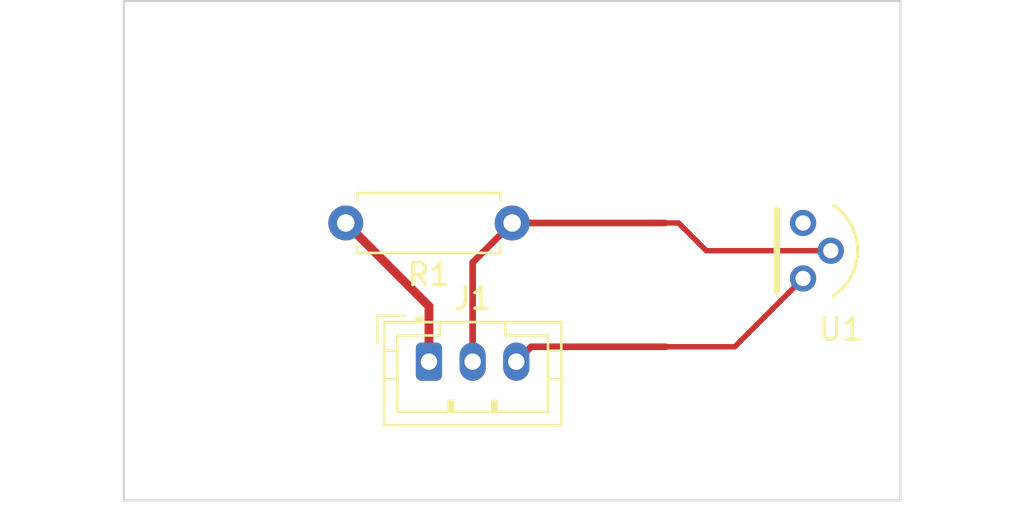
<source format=kicad_pcb>
(kicad_pcb (version 20171130) (host pcbnew "(5.1.10-1-10_14)")

  (general
    (thickness 1.6)
    (drawings 4)
    (tracks 13)
    (zones 0)
    (modules 7)
    (nets 5)
  )

  (page A4)
  (layers
    (0 F.Cu signal)
    (31 B.Cu signal)
    (32 B.Adhes user)
    (33 F.Adhes user)
    (34 B.Paste user)
    (35 F.Paste user)
    (36 B.SilkS user)
    (37 F.SilkS user)
    (38 B.Mask user)
    (39 F.Mask user)
    (40 Dwgs.User user)
    (41 Cmts.User user)
    (42 Eco1.User user)
    (43 Eco2.User user)
    (44 Edge.Cuts user)
    (45 Margin user)
    (46 B.CrtYd user)
    (47 F.CrtYd user)
    (48 B.Fab user)
    (49 F.Fab user)
  )

  (setup
    (last_trace_width 0.25)
    (user_trace_width 0.3048)
    (user_trace_width 0.4064)
    (trace_clearance 0.2)
    (zone_clearance 0.508)
    (zone_45_only no)
    (trace_min 0.2)
    (via_size 0.8)
    (via_drill 0.4)
    (via_min_size 0.4)
    (via_min_drill 0.3)
    (uvia_size 0.3)
    (uvia_drill 0.1)
    (uvias_allowed no)
    (uvia_min_size 0.2)
    (uvia_min_drill 0.1)
    (edge_width 0.1)
    (segment_width 0.2)
    (pcb_text_width 0.3)
    (pcb_text_size 1.5 1.5)
    (mod_edge_width 0.15)
    (mod_text_size 1 1)
    (mod_text_width 0.15)
    (pad_size 1.524 1.524)
    (pad_drill 0.762)
    (pad_to_mask_clearance 0)
    (aux_axis_origin 0 0)
    (visible_elements FFFFFF7F)
    (pcbplotparams
      (layerselection 0x010f0_ffffffff)
      (usegerberextensions false)
      (usegerberattributes true)
      (usegerberadvancedattributes true)
      (creategerberjobfile true)
      (excludeedgelayer true)
      (linewidth 0.100000)
      (plotframeref false)
      (viasonmask false)
      (mode 1)
      (useauxorigin false)
      (hpglpennumber 1)
      (hpglpenspeed 20)
      (hpglpendiameter 15.000000)
      (psnegative false)
      (psa4output false)
      (plotreference true)
      (plotvalue true)
      (plotinvisibletext false)
      (padsonsilk false)
      (subtractmaskfromsilk false)
      (outputformat 1)
      (mirror false)
      (drillshape 0)
      (scaleselection 1)
      (outputdirectory ""))
  )

  (net 0 "")
  (net 1 GND)
  (net 2 "Net-(J1-Pad2)")
  (net 3 +5V)
  (net 4 "Net-(U1-Pad2)")

  (net_class Default "This is the default net class."
    (clearance 0.2)
    (trace_width 0.25)
    (via_dia 0.8)
    (via_drill 0.4)
    (uvia_dia 0.3)
    (uvia_drill 0.1)
    (add_net +5V)
    (add_net GND)
    (add_net "Net-(J1-Pad2)")
    (add_net "Net-(U1-Pad2)")
  )

  (module MountingHole:MountingHole_3.2mm_M3 (layer F.Cu) (tedit 56D1B4CB) (tstamp 61862ABB)
    (at 153.67 63.5)
    (descr "Mounting Hole 3.2mm, no annular, M3")
    (tags "mounting hole 3.2mm no annular m3")
    (attr virtual)
    (fp_text reference REF** (at 0 -4.2) (layer F.SilkS) hide
      (effects (font (size 1 1) (thickness 0.15)))
    )
    (fp_text value MountingHole_3.2mm_M3 (at 0 4.2) (layer F.Fab)
      (effects (font (size 1 1) (thickness 0.15)))
    )
    (fp_circle (center 0 0) (end 3.45 0) (layer F.CrtYd) (width 0.05))
    (fp_circle (center 0 0) (end 3.2 0) (layer Cmts.User) (width 0.15))
    (fp_text user %R (at 0.3 0) (layer F.Fab)
      (effects (font (size 1 1) (thickness 0.15)))
    )
    (pad 1 np_thru_hole circle (at 0 0) (size 3.2 3.2) (drill 3.2) (layers *.Cu *.Mask))
  )

  (module MountingHole:MountingHole_3.2mm_M3 (layer F.Cu) (tedit 56D1B4CB) (tstamp 61862ABB)
    (at 125.73 63.5)
    (descr "Mounting Hole 3.2mm, no annular, M3")
    (tags "mounting hole 3.2mm no annular m3")
    (attr virtual)
    (fp_text reference REF** (at 0 -4.2) (layer F.SilkS) hide
      (effects (font (size 1 1) (thickness 0.15)))
    )
    (fp_text value MountingHole_3.2mm_M3 (at 0 4.2) (layer F.Fab)
      (effects (font (size 1 1) (thickness 0.15)))
    )
    (fp_circle (center 0 0) (end 3.2 0) (layer Cmts.User) (width 0.15))
    (fp_circle (center 0 0) (end 3.45 0) (layer F.CrtYd) (width 0.05))
    (fp_text user %R (at 0.3 0) (layer F.Fab)
      (effects (font (size 1 1) (thickness 0.15)))
    )
    (pad 1 np_thru_hole circle (at 0 0) (size 3.2 3.2) (drill 3.2) (layers *.Cu *.Mask))
  )

  (module MountingHole:MountingHole_3.2mm_M3 (layer F.Cu) (tedit 56D1B4CB) (tstamp 61862ABB)
    (at 125.73 78.74)
    (descr "Mounting Hole 3.2mm, no annular, M3")
    (tags "mounting hole 3.2mm no annular m3")
    (attr virtual)
    (fp_text reference REF** (at 0 -4.2) (layer F.SilkS) hide
      (effects (font (size 1 1) (thickness 0.15)))
    )
    (fp_text value MountingHole_3.2mm_M3 (at 0 4.2) (layer F.Fab)
      (effects (font (size 1 1) (thickness 0.15)))
    )
    (fp_circle (center 0 0) (end 3.2 0) (layer Cmts.User) (width 0.15))
    (fp_circle (center 0 0) (end 3.45 0) (layer F.CrtYd) (width 0.05))
    (fp_text user %R (at 0.3 0) (layer F.Fab)
      (effects (font (size 1 1) (thickness 0.15)))
    )
    (pad 1 np_thru_hole circle (at 0 0) (size 3.2 3.2) (drill 3.2) (layers *.Cu *.Mask))
  )

  (module MountingHole:MountingHole_3.2mm_M3 (layer F.Cu) (tedit 56D1B4CB) (tstamp 61862ABB)
    (at 153.67 78.74)
    (descr "Mounting Hole 3.2mm, no annular, M3")
    (tags "mounting hole 3.2mm no annular m3")
    (attr virtual)
    (fp_text reference REF** (at 0 -4.2) (layer F.SilkS) hide
      (effects (font (size 1 1) (thickness 0.15)))
    )
    (fp_text value MountingHole_3.2mm_M3 (at 0 4.2) (layer F.Fab)
      (effects (font (size 1 1) (thickness 0.15)))
    )
    (fp_circle (center 0 0) (end 3.2 0) (layer Cmts.User) (width 0.15))
    (fp_circle (center 0 0) (end 3.45 0) (layer F.CrtYd) (width 0.05))
    (fp_text user %R (at 0.3 0) (layer F.Fab)
      (effects (font (size 1 1) (thickness 0.15)))
    )
    (pad 1 np_thru_hole circle (at 0 0) (size 3.2 3.2) (drill 3.2) (layers *.Cu *.Mask))
  )

  (module eec:STMicroelectronics-LM335Z-0 (layer F.Cu) (tedit 5EF1C5A8) (tstamp 6185CF8C)
    (at 153.67 71.12 180)
    (path /61872F45)
    (fp_text reference U1 (at -2.175 -3.595) (layer F.SilkS)
      (effects (font (size 1 1) (thickness 0.15)) (justify right))
    )
    (fp_text value LM335Z (at 6.35 -1.27) (layer F.SilkS) hide
      (effects (font (size 1.27 1.27) (thickness 0.15)))
    )
    (fp_line (start -1.85 2.5) (end -1.85 -2.5) (layer F.Fab) (width 0.15))
    (fp_line (start -1.85 -2.5) (end 1.85 -2.5) (layer F.Fab) (width 0.15))
    (fp_line (start 1.85 -2.5) (end 1.85 2.5) (layer F.Fab) (width 0.15))
    (fp_line (start 1.85 2.5) (end -1.85 2.5) (layer F.Fab) (width 0.15))
    (fp_line (start -0.735354 2.078674) (end -0.932411 1.932526) (layer F.SilkS) (width 0.15))
    (fp_line (start -0.932411 1.932526) (end -1.114195 1.767767) (layer F.SilkS) (width 0.15))
    (fp_line (start -1.114195 1.767767) (end -1.278954 1.585983) (layer F.SilkS) (width 0.15))
    (fp_line (start -1.278954 1.585983) (end -1.425102 1.388926) (layer F.SilkS) (width 0.15))
    (fp_line (start -1.425102 1.388926) (end -1.551231 1.178492) (layer F.SilkS) (width 0.15))
    (fp_line (start -1.551231 1.178492) (end -1.656127 0.956709) (layer F.SilkS) (width 0.15))
    (fp_line (start -1.656127 0.956709) (end -1.738779 0.725712) (layer F.SilkS) (width 0.15))
    (fp_line (start -1.738779 0.725712) (end -1.798391 0.487726) (layer F.SilkS) (width 0.15))
    (fp_line (start -1.798391 0.487726) (end -1.83439 0.245043) (layer F.SilkS) (width 0.15))
    (fp_line (start -1.83439 0.245043) (end -1.846428 0) (layer F.SilkS) (width 0.15))
    (fp_line (start -1.846428 0) (end -1.83439 -0.245043) (layer F.SilkS) (width 0.15))
    (fp_line (start -1.83439 -0.245043) (end -1.798391 -0.487726) (layer F.SilkS) (width 0.15))
    (fp_line (start -1.798391 -0.487726) (end -1.738779 -0.725712) (layer F.SilkS) (width 0.15))
    (fp_line (start -1.738779 -0.725712) (end -1.656127 -0.956709) (layer F.SilkS) (width 0.15))
    (fp_line (start -1.656127 -0.956709) (end -1.551231 -1.178492) (layer F.SilkS) (width 0.15))
    (fp_line (start -1.551231 -1.178492) (end -1.425102 -1.388926) (layer F.SilkS) (width 0.15))
    (fp_line (start -1.425102 -1.388926) (end -1.278954 -1.585983) (layer F.SilkS) (width 0.15))
    (fp_line (start -1.278954 -1.585983) (end -1.114195 -1.767767) (layer F.SilkS) (width 0.15))
    (fp_line (start -1.114195 -1.767767) (end -0.932411 -1.932526) (layer F.SilkS) (width 0.15))
    (fp_line (start -0.932411 -1.932526) (end -0.735354 -2.078674) (layer F.SilkS) (width 0.15))
    (fp_line (start 1.85 1.875) (end 1.85 -1.875) (layer F.SilkS) (width 0.3))
    (fp_line (start 2.125 -2.625) (end 2.125 -2.625) (layer F.CrtYd) (width 0.15))
    (fp_line (start 2.125 -2.625) (end -2.125 -2.625) (layer F.CrtYd) (width 0.15))
    (fp_line (start -2.125 -2.625) (end -2.125 2.625) (layer F.CrtYd) (width 0.15))
    (fp_line (start -2.125 2.625) (end 2.125 2.625) (layer F.CrtYd) (width 0.15))
    (fp_line (start 2.125 2.625) (end 2.125 -2.625) (layer F.CrtYd) (width 0.15))
    (pad 2 thru_hole circle (at 0.65 1.27 180) (size 1.2 1.2) (drill 0.7) (layers *.Cu)
      (net 4 "Net-(U1-Pad2)"))
    (pad 1 thru_hole circle (at -0.62 0 180) (size 1.2 1.2) (drill 0.7) (layers *.Cu)
      (net 2 "Net-(J1-Pad2)"))
    (pad 3 thru_hole circle (at 0.65 -1.27 180) (size 1.2 1.2) (drill 0.7) (layers *.Cu)
      (net 1 GND))
    (model eec.models/STMicroelectronics_-_LM335Z.step
      (at (xyz 0 0 0))
      (scale (xyz 1 1 1))
      (rotate (xyz 0 0 0))
    )
  )

  (module Resistor_THT:R_Axial_DIN0207_L6.3mm_D2.5mm_P7.62mm_Horizontal (layer F.Cu) (tedit 5AE5139B) (tstamp 6185CF67)
    (at 139.7 69.85 180)
    (descr "Resistor, Axial_DIN0207 series, Axial, Horizontal, pin pitch=7.62mm, 0.25W = 1/4W, length*diameter=6.3*2.5mm^2, http://cdn-reichelt.de/documents/datenblatt/B400/1_4W%23YAG.pdf")
    (tags "Resistor Axial_DIN0207 series Axial Horizontal pin pitch 7.62mm 0.25W = 1/4W length 6.3mm diameter 2.5mm")
    (path /61872B23)
    (fp_text reference R1 (at 3.81 -2.37) (layer F.SilkS)
      (effects (font (size 1 1) (thickness 0.15)))
    )
    (fp_text value 2k (at 3.81 2.37) (layer F.Fab)
      (effects (font (size 1 1) (thickness 0.15)))
    )
    (fp_line (start 0.66 -1.25) (end 0.66 1.25) (layer F.Fab) (width 0.1))
    (fp_line (start 0.66 1.25) (end 6.96 1.25) (layer F.Fab) (width 0.1))
    (fp_line (start 6.96 1.25) (end 6.96 -1.25) (layer F.Fab) (width 0.1))
    (fp_line (start 6.96 -1.25) (end 0.66 -1.25) (layer F.Fab) (width 0.1))
    (fp_line (start 0 0) (end 0.66 0) (layer F.Fab) (width 0.1))
    (fp_line (start 7.62 0) (end 6.96 0) (layer F.Fab) (width 0.1))
    (fp_line (start 0.54 -1.04) (end 0.54 -1.37) (layer F.SilkS) (width 0.12))
    (fp_line (start 0.54 -1.37) (end 7.08 -1.37) (layer F.SilkS) (width 0.12))
    (fp_line (start 7.08 -1.37) (end 7.08 -1.04) (layer F.SilkS) (width 0.12))
    (fp_line (start 0.54 1.04) (end 0.54 1.37) (layer F.SilkS) (width 0.12))
    (fp_line (start 0.54 1.37) (end 7.08 1.37) (layer F.SilkS) (width 0.12))
    (fp_line (start 7.08 1.37) (end 7.08 1.04) (layer F.SilkS) (width 0.12))
    (fp_line (start -1.05 -1.5) (end -1.05 1.5) (layer F.CrtYd) (width 0.05))
    (fp_line (start -1.05 1.5) (end 8.67 1.5) (layer F.CrtYd) (width 0.05))
    (fp_line (start 8.67 1.5) (end 8.67 -1.5) (layer F.CrtYd) (width 0.05))
    (fp_line (start 8.67 -1.5) (end -1.05 -1.5) (layer F.CrtYd) (width 0.05))
    (fp_text user %R (at 3.81 0) (layer F.Fab)
      (effects (font (size 1 1) (thickness 0.15)))
    )
    (pad 2 thru_hole oval (at 7.62 0 180) (size 1.6 1.6) (drill 0.8) (layers *.Cu *.Mask)
      (net 3 +5V))
    (pad 1 thru_hole circle (at 0 0 180) (size 1.6 1.6) (drill 0.8) (layers *.Cu *.Mask)
      (net 2 "Net-(J1-Pad2)"))
    (model ${KISYS3DMOD}/Resistor_THT.3dshapes/R_Axial_DIN0207_L6.3mm_D2.5mm_P7.62mm_Horizontal.wrl
      (at (xyz 0 0 0))
      (scale (xyz 1 1 1))
      (rotate (xyz 0 0 0))
    )
  )

  (module Connector_JST:JST_PH_B3B-PH-K_1x03_P2.00mm_Vertical (layer F.Cu) (tedit 5B7745C2) (tstamp 6185CF50)
    (at 135.89 76.2)
    (descr "JST PH series connector, B3B-PH-K (http://www.jst-mfg.com/product/pdf/eng/ePH.pdf), generated with kicad-footprint-generator")
    (tags "connector JST PH side entry")
    (path /6187CDEE)
    (fp_text reference J1 (at 2 -2.9) (layer F.SilkS)
      (effects (font (size 1 1) (thickness 0.15)))
    )
    (fp_text value Conn_01x03 (at 2 4) (layer F.Fab)
      (effects (font (size 1 1) (thickness 0.15)))
    )
    (fp_line (start -2.06 -1.81) (end -2.06 2.91) (layer F.SilkS) (width 0.12))
    (fp_line (start -2.06 2.91) (end 6.06 2.91) (layer F.SilkS) (width 0.12))
    (fp_line (start 6.06 2.91) (end 6.06 -1.81) (layer F.SilkS) (width 0.12))
    (fp_line (start 6.06 -1.81) (end -2.06 -1.81) (layer F.SilkS) (width 0.12))
    (fp_line (start -0.3 -1.81) (end -0.3 -2.01) (layer F.SilkS) (width 0.12))
    (fp_line (start -0.3 -2.01) (end -0.6 -2.01) (layer F.SilkS) (width 0.12))
    (fp_line (start -0.6 -2.01) (end -0.6 -1.81) (layer F.SilkS) (width 0.12))
    (fp_line (start -0.3 -1.91) (end -0.6 -1.91) (layer F.SilkS) (width 0.12))
    (fp_line (start 0.5 -1.81) (end 0.5 -1.2) (layer F.SilkS) (width 0.12))
    (fp_line (start 0.5 -1.2) (end -1.45 -1.2) (layer F.SilkS) (width 0.12))
    (fp_line (start -1.45 -1.2) (end -1.45 2.3) (layer F.SilkS) (width 0.12))
    (fp_line (start -1.45 2.3) (end 5.45 2.3) (layer F.SilkS) (width 0.12))
    (fp_line (start 5.45 2.3) (end 5.45 -1.2) (layer F.SilkS) (width 0.12))
    (fp_line (start 5.45 -1.2) (end 3.5 -1.2) (layer F.SilkS) (width 0.12))
    (fp_line (start 3.5 -1.2) (end 3.5 -1.81) (layer F.SilkS) (width 0.12))
    (fp_line (start -2.06 -0.5) (end -1.45 -0.5) (layer F.SilkS) (width 0.12))
    (fp_line (start -2.06 0.8) (end -1.45 0.8) (layer F.SilkS) (width 0.12))
    (fp_line (start 6.06 -0.5) (end 5.45 -0.5) (layer F.SilkS) (width 0.12))
    (fp_line (start 6.06 0.8) (end 5.45 0.8) (layer F.SilkS) (width 0.12))
    (fp_line (start 0.9 2.3) (end 0.9 1.8) (layer F.SilkS) (width 0.12))
    (fp_line (start 0.9 1.8) (end 1.1 1.8) (layer F.SilkS) (width 0.12))
    (fp_line (start 1.1 1.8) (end 1.1 2.3) (layer F.SilkS) (width 0.12))
    (fp_line (start 1 2.3) (end 1 1.8) (layer F.SilkS) (width 0.12))
    (fp_line (start 2.9 2.3) (end 2.9 1.8) (layer F.SilkS) (width 0.12))
    (fp_line (start 2.9 1.8) (end 3.1 1.8) (layer F.SilkS) (width 0.12))
    (fp_line (start 3.1 1.8) (end 3.1 2.3) (layer F.SilkS) (width 0.12))
    (fp_line (start 3 2.3) (end 3 1.8) (layer F.SilkS) (width 0.12))
    (fp_line (start -1.11 -2.11) (end -2.36 -2.11) (layer F.SilkS) (width 0.12))
    (fp_line (start -2.36 -2.11) (end -2.36 -0.86) (layer F.SilkS) (width 0.12))
    (fp_line (start -1.11 -2.11) (end -2.36 -2.11) (layer F.Fab) (width 0.1))
    (fp_line (start -2.36 -2.11) (end -2.36 -0.86) (layer F.Fab) (width 0.1))
    (fp_line (start -1.95 -1.7) (end -1.95 2.8) (layer F.Fab) (width 0.1))
    (fp_line (start -1.95 2.8) (end 5.95 2.8) (layer F.Fab) (width 0.1))
    (fp_line (start 5.95 2.8) (end 5.95 -1.7) (layer F.Fab) (width 0.1))
    (fp_line (start 5.95 -1.7) (end -1.95 -1.7) (layer F.Fab) (width 0.1))
    (fp_line (start -2.45 -2.2) (end -2.45 3.3) (layer F.CrtYd) (width 0.05))
    (fp_line (start -2.45 3.3) (end 6.45 3.3) (layer F.CrtYd) (width 0.05))
    (fp_line (start 6.45 3.3) (end 6.45 -2.2) (layer F.CrtYd) (width 0.05))
    (fp_line (start 6.45 -2.2) (end -2.45 -2.2) (layer F.CrtYd) (width 0.05))
    (fp_text user %R (at 2 1.5) (layer F.Fab)
      (effects (font (size 1 1) (thickness 0.15)))
    )
    (pad 3 thru_hole oval (at 4 0) (size 1.2 1.75) (drill 0.75) (layers *.Cu *.Mask)
      (net 1 GND))
    (pad 2 thru_hole oval (at 2 0) (size 1.2 1.75) (drill 0.75) (layers *.Cu *.Mask)
      (net 2 "Net-(J1-Pad2)"))
    (pad 1 thru_hole roundrect (at 0 0) (size 1.2 1.75) (drill 0.75) (layers *.Cu *.Mask) (roundrect_rratio 0.2083325)
      (net 3 +5V))
    (model ${KISYS3DMOD}/Connector_JST.3dshapes/JST_PH_B3B-PH-K_1x03_P2.00mm_Vertical.wrl
      (at (xyz 0 0 0))
      (scale (xyz 1 1 1))
      (rotate (xyz 0 0 0))
    )
  )

  (gr_line (start 121.92 59.69) (end 157.48 59.69) (layer Edge.Cuts) (width 0.1) (tstamp 61867322))
  (gr_line (start 121.92 82.55) (end 121.92 59.69) (layer Edge.Cuts) (width 0.1))
  (gr_line (start 157.48 82.55) (end 121.92 82.55) (layer Edge.Cuts) (width 0.1))
  (gr_line (start 157.48 59.69) (end 157.48 82.55) (layer Edge.Cuts) (width 0.1))

  (segment (start 140.572401 75.517599) (end 146.732401 75.517599) (width 0.3048) (layer F.Cu) (net 1))
  (segment (start 139.89 76.2) (end 140.572401 75.517599) (width 0.3048) (layer F.Cu) (net 1))
  (segment (start 149.892401 75.517599) (end 153.02 72.39) (width 0.25) (layer F.Cu) (net 1))
  (segment (start 146.732401 75.517599) (end 149.892401 75.517599) (width 0.25) (layer F.Cu) (net 1))
  (segment (start 137.89 71.66) (end 139.7 69.85) (width 0.3048) (layer F.Cu) (net 2))
  (segment (start 137.89 76.2) (end 137.89 71.66) (width 0.3048) (layer F.Cu) (net 2))
  (segment (start 146.05 69.85) (end 147.32 69.85) (width 0.25) (layer F.Cu) (net 2))
  (segment (start 139.7 69.85) (end 146.05 69.85) (width 0.3048) (layer F.Cu) (net 2))
  (segment (start 146.05 69.85) (end 146.7 69.85) (width 0.3048) (layer F.Cu) (net 2))
  (segment (start 148.59 71.12) (end 154.29 71.12) (width 0.25) (layer F.Cu) (net 2))
  (segment (start 147.32 69.85) (end 148.59 71.12) (width 0.25) (layer F.Cu) (net 2))
  (segment (start 135.89 76.2) (end 135.89 73.66) (width 0.4064) (layer F.Cu) (net 3))
  (segment (start 135.89 73.66) (end 132.08 69.85) (width 0.4064) (layer F.Cu) (net 3))

)

</source>
